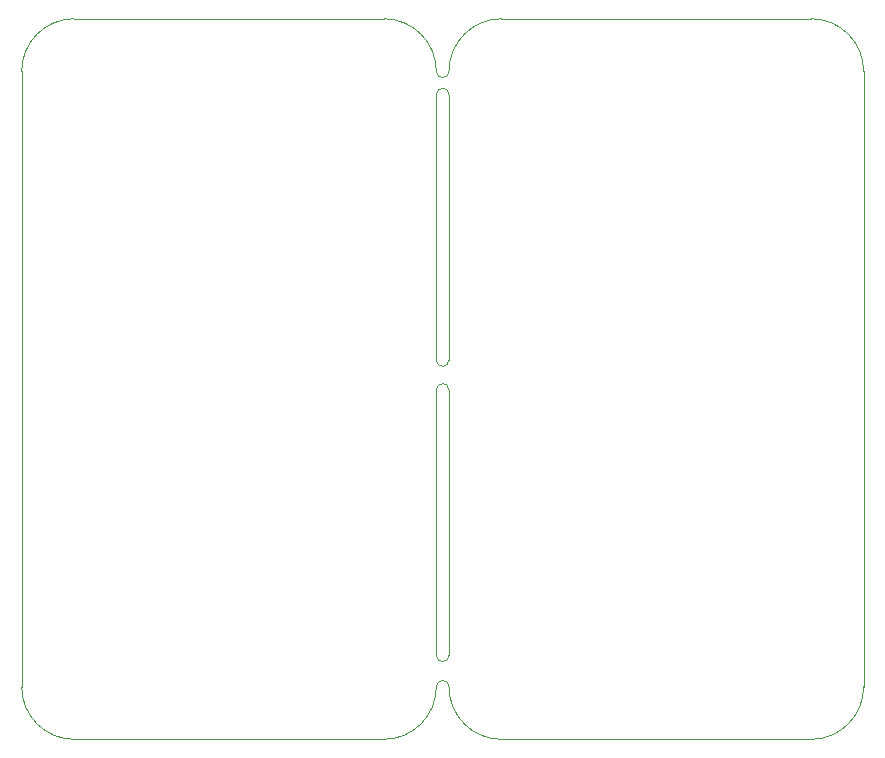
<source format=gbr>
%TF.GenerationSoftware,KiCad,Pcbnew,6.0.11+dfsg-1~bpo11+1*%
%TF.CreationDate,2023-07-13T21:31:00-04:00*%
%TF.ProjectId,ESP12,45535031-322e-46b6-9963-61645f706362,rev?*%
%TF.SameCoordinates,Original*%
%TF.FileFunction,Profile,NP*%
%FSLAX46Y46*%
G04 Gerber Fmt 4.6, Leading zero omitted, Abs format (unit mm)*
G04 Created by KiCad (PCBNEW 6.0.11+dfsg-1~bpo11+1) date 2023-07-13 21:31:00*
%MOMM*%
%LPD*%
G01*
G04 APERTURE LIST*
%TA.AperFunction,Profile*%
%ADD10C,0.100000*%
%TD*%
G04 APERTURE END LIST*
D10*
X163108000Y-63569635D02*
X136892001Y-63569636D01*
X136892001Y-63569700D02*
G75*
G03*
X132447000Y-68014637I-1J-4445000D01*
G01*
X199288000Y-124584400D02*
G75*
G03*
X203733000Y-120139454I100J4444900D01*
G01*
X173072001Y-63569600D02*
G75*
G03*
X168627000Y-68014637I99J-4445100D01*
G01*
X203733065Y-68014636D02*
G75*
G03*
X199288000Y-63569635I-4445065J-64D01*
G01*
X168626946Y-120139454D02*
G75*
G03*
X173072000Y-124584454I4445054J54D01*
G01*
X163108000Y-124584500D02*
G75*
G03*
X167553000Y-120139454I0J4445000D01*
G01*
X203733000Y-120139454D02*
X203733001Y-68014636D01*
X167553000Y-92463000D02*
G75*
G03*
X168627000Y-92463000I537000J0D01*
G01*
X168627000Y-95000000D02*
G75*
G03*
X167553000Y-95000000I-537000J0D01*
G01*
X167552965Y-68014636D02*
G75*
G03*
X163108000Y-63569635I-4444965J36D01*
G01*
X168627000Y-70000000D02*
G75*
G03*
X167553000Y-70000000I-537000J0D01*
G01*
X168627000Y-120139454D02*
G75*
G03*
X167553000Y-120139454I-537000J0D01*
G01*
X168627000Y-95000000D02*
X168627000Y-117463000D01*
X136892000Y-124584454D02*
X163108000Y-124584454D01*
X167553000Y-117463000D02*
G75*
G03*
X168627000Y-117463000I537000J0D01*
G01*
X199288000Y-63569635D02*
X173072001Y-63569636D01*
X173072000Y-124584454D02*
X199288000Y-124584454D01*
X167553000Y-68014637D02*
G75*
G03*
X168627000Y-68014637I537000J0D01*
G01*
X132447000Y-68014637D02*
X132447000Y-120139454D01*
X167553000Y-92463000D02*
X167553000Y-70000000D01*
X132447046Y-120139454D02*
G75*
G03*
X136892000Y-124584454I4444954J-46D01*
G01*
X167553000Y-95000000D02*
X167553000Y-117463000D01*
X168627000Y-70000000D02*
X168627000Y-92463000D01*
M02*

</source>
